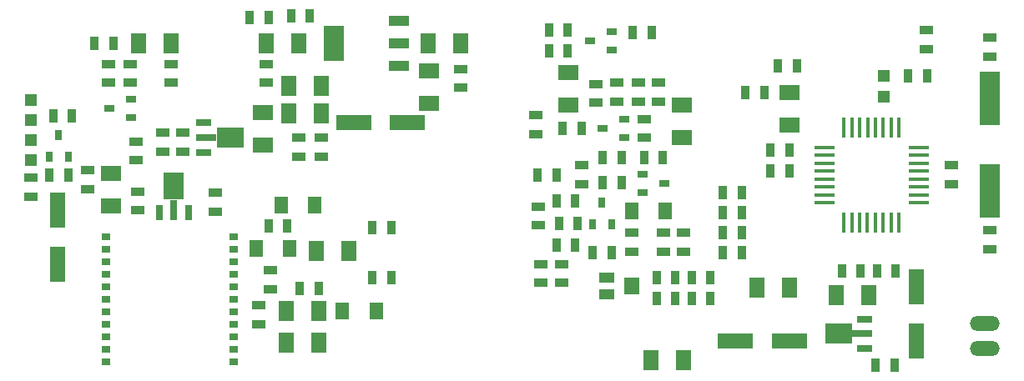
<source format=gtp>
G04 This is an RS-274x file exported by *
G04 gerbv version 2.5.0 *
G04 More information is available about gerbv at *
G04 http://gerbv.gpleda.org/ *
G04 --End of header info--*
%MOIN*%
%FSLAX23Y23*%
%IPPOS*%
G04 --Define apertures--*
%ADD10C,0.0059*%
%ADD11C,0.0118*%
%ADD12R,0.0591X0.0709*%
%ADD13R,0.0591X0.0433*%
%ADD14R,0.0350X0.0550*%
%ADD15R,0.0550X0.0350*%
%ADD16R,0.1417X0.0630*%
%ADD17R,0.0630X0.1417*%
%ADD18R,0.0394X0.0315*%
%ADD19R,0.0787X0.0177*%
%ADD20R,0.0177X0.0787*%
%ADD21R,0.0800X0.0600*%
%ADD22R,0.0600X0.0800*%
%ADD23R,0.0315X0.0394*%
%ADD24R,0.0630X0.0276*%
%ADD25R,0.0827X0.0276*%
%ADD26R,0.1083X0.0787*%
%ADD27R,0.0800X0.1440*%
%ADD28R,0.0800X0.0400*%
%ADD29R,0.0276X0.0630*%
%ADD30R,0.0276X0.0827*%
%ADD31R,0.0787X0.1083*%
%ADD32R,0.0787X0.2165*%
%ADD33R,0.0551X0.0708*%
%ADD34O,0.1187X0.0593*%
%ADD35R,0.0472X0.0472*%
%ADD36R,0.0362X0.0276*%
G04 --Start main section--*
G54D12*
G01X06263Y-4355D03*
G54D13*
G01X06165Y-4321D03*
G01X06165Y-4388D03*
G54D14*
G01X05228Y-4320D03*
G01X05303Y-4320D03*
G01X06818Y-3810D03*
G01X06893Y-3810D03*
G01X06818Y-3895D03*
G01X06893Y-3895D03*
G54D15*
G01X07695Y-4207D03*
G01X07695Y-4132D03*
G01X07695Y-3362D03*
G01X07695Y-3437D03*
G54D14*
G01X06848Y-3475D03*
G01X06923Y-3475D03*
G01X05228Y-4120D03*
G01X05303Y-4120D03*
G54D15*
G01X07540Y-3947D03*
G01X07540Y-3872D03*
G01X05900Y-4342D03*
G01X05900Y-4267D03*
G54D14*
G01X05963Y-4015D03*
G01X06038Y-4015D03*
G01X06578Y-4405D03*
G01X06503Y-4405D03*
G01X06438Y-4405D03*
G01X06363Y-4405D03*
G54D15*
G01X06265Y-4217D03*
G01X06265Y-4142D03*
G54D14*
G01X06363Y-4320D03*
G01X06438Y-4320D03*
G01X06388Y-3840D03*
G01X06313Y-3840D03*
G54D15*
G01X06315Y-3687D03*
G01X06315Y-3762D03*
G01X06290Y-3617D03*
G01X06290Y-3542D03*
G01X06205Y-3617D03*
G01X06205Y-3542D03*
G54D14*
G01X05963Y-3910D03*
G01X05888Y-3910D03*
G54D16*
G01X05152Y-3700D03*
G01X05368Y-3700D03*
G54D14*
G01X06063Y-3725D03*
G01X05988Y-3725D03*
G01X06008Y-3415D03*
G01X05933Y-3415D03*
G01X06008Y-3330D03*
G01X05933Y-3330D03*
G01X06148Y-3940D03*
G01X06223Y-3940D03*
G54D15*
G01X04090Y-3967D03*
G01X04090Y-3892D03*
G01X05580Y-3487D03*
G01X05580Y-3562D03*
G54D17*
G01X03970Y-4052D03*
G01X03970Y-4268D03*
G54D15*
G01X04935Y-3762D03*
G01X04935Y-3837D03*
G01X05025Y-3762D03*
G01X05025Y-3837D03*
G54D14*
G01X04813Y-3280D03*
G01X04738Y-3280D03*
G01X04903Y-3275D03*
G01X04978Y-3275D03*
G54D15*
G01X04805Y-3467D03*
G01X04805Y-3542D03*
G01X04425Y-3467D03*
G01X04425Y-3542D03*
G01X04600Y-4057D03*
G01X04600Y-3982D03*
G54D14*
G01X07318Y-4295D03*
G01X07243Y-4295D03*
G54D15*
G01X04260Y-3467D03*
G01X04260Y-3542D03*
G01X04175Y-3467D03*
G01X04175Y-3542D03*
G01X04290Y-3977D03*
G01X04290Y-4052D03*
G54D14*
G01X04193Y-3385D03*
G01X04118Y-3385D03*
G01X07103Y-4295D03*
G01X07178Y-4295D03*
G01X07238Y-4670D03*
G01X07313Y-4670D03*
G54D16*
G01X06893Y-4575D03*
G01X06677Y-4575D03*
G54D15*
G01X05890Y-4112D03*
G01X05890Y-4037D03*
G54D18*
G01X06393Y-3945D03*
G01X06307Y-3982D03*
G01X06307Y-3907D03*
G54D19*
G01X07410Y-3801D03*
G01X07410Y-3832D03*
G01X07410Y-3864D03*
G01X07410Y-3895D03*
G01X07410Y-3927D03*
G01X07410Y-3958D03*
G01X07410Y-3990D03*
G01X07410Y-4021D03*
G01X07033Y-4021D03*
G01X07033Y-3800D03*
G01X07033Y-3832D03*
G01X07033Y-3864D03*
G01X07033Y-3895D03*
G01X07033Y-3927D03*
G01X07033Y-3958D03*
G01X07033Y-3990D03*
G54D20*
G01X07331Y-4100D03*
G01X07300Y-4100D03*
G01X07268Y-4100D03*
G01X07237Y-4100D03*
G01X07205Y-4100D03*
G01X07174Y-4100D03*
G01X07142Y-4100D03*
G01X07111Y-4100D03*
G01X07331Y-3722D03*
G01X07300Y-3722D03*
G01X07268Y-3722D03*
G01X07237Y-3722D03*
G01X07206Y-3722D03*
G01X07174Y-3722D03*
G01X07142Y-3722D03*
G01X07110Y-3722D03*
G54D21*
G01X06895Y-3710D03*
G01X06895Y-3580D03*
G01X06465Y-3630D03*
G01X06465Y-3760D03*
G54D22*
G01X05135Y-4215D03*
G01X05005Y-4215D03*
G01X05015Y-4580D03*
G01X04885Y-4580D03*
G01X05015Y-4455D03*
G01X04885Y-4455D03*
G54D21*
G01X04790Y-3790D03*
G01X04790Y-3660D03*
G01X06010Y-3630D03*
G01X06010Y-3500D03*
G54D22*
G01X04895Y-3665D03*
G01X05025Y-3665D03*
G01X05580Y-3385D03*
G01X05450Y-3385D03*
G54D21*
G01X05455Y-3495D03*
G01X05455Y-3625D03*
G54D22*
G01X05025Y-3555D03*
G01X04895Y-3555D03*
G01X04935Y-3385D03*
G01X04805Y-3385D03*
G01X04425Y-3385D03*
G01X04295Y-3385D03*
G01X07210Y-4390D03*
G01X07080Y-4390D03*
G54D21*
G01X04185Y-3905D03*
G01X04185Y-4035D03*
G54D22*
G01X06470Y-4650D03*
G01X06340Y-4650D03*
G54D23*
G01X06145Y-4022D03*
G01X06183Y-4108D03*
G01X06108Y-4108D03*
G54D18*
G01X04177Y-3645D03*
G01X04263Y-3607D03*
G01X04263Y-3682D03*
G54D24*
G01X04555Y-3701D03*
G54D25*
G01X04565Y-3760D03*
G54D24*
G01X04555Y-3819D03*
G54D26*
G01X04660Y-3760D03*
G54D18*
G01X06147Y-3725D03*
G01X06233Y-3687D03*
G01X06233Y-3762D03*
G01X06097Y-3375D03*
G01X06183Y-3337D03*
G01X06183Y-3412D03*
G54D27*
G01X05075Y-3385D03*
G54D28*
G01X05335Y-3385D03*
G01X05335Y-3295D03*
G01X05335Y-3475D03*
G54D23*
G01X03975Y-3752D03*
G01X04013Y-3838D03*
G01X03938Y-3838D03*
G54D14*
G01X06718Y-3580D03*
G01X06793Y-3580D03*
G54D15*
G01X05985Y-4342D03*
G01X05985Y-4267D03*
G01X07440Y-3332D03*
G01X07440Y-3407D03*
G54D14*
G01X06703Y-3980D03*
G01X06628Y-3980D03*
G01X06703Y-4060D03*
G01X06628Y-4060D03*
G01X06703Y-4140D03*
G01X06628Y-4140D03*
G01X06703Y-4220D03*
G01X06628Y-4220D03*
G01X05963Y-4190D03*
G01X06038Y-4190D03*
G01X05973Y-4105D03*
G01X06048Y-4105D03*
G01X06578Y-4320D03*
G01X06503Y-4320D03*
G54D15*
G01X06065Y-3872D03*
G01X06065Y-3947D03*
G54D14*
G01X06108Y-4220D03*
G01X06183Y-4220D03*
G54D15*
G01X06390Y-4217D03*
G01X06390Y-4142D03*
G01X04285Y-3852D03*
G01X04285Y-3777D03*
G01X06470Y-4142D03*
G01X06470Y-4217D03*
G54D14*
G01X05013Y-4365D03*
G01X04938Y-4365D03*
G54D15*
G01X04390Y-3817D03*
G01X04390Y-3742D03*
G54D14*
G01X06223Y-3840D03*
G01X06148Y-3840D03*
G54D15*
G01X04820Y-4292D03*
G01X04820Y-4367D03*
G01X04470Y-3742D03*
G01X04470Y-3817D03*
G01X04775Y-4432D03*
G01X04775Y-4507D03*
G01X06370Y-3617D03*
G01X06370Y-3542D03*
G54D14*
G01X04813Y-4115D03*
G01X04888Y-4115D03*
G54D15*
G01X05880Y-3672D03*
G01X05880Y-3747D03*
G01X06120Y-3622D03*
G01X06120Y-3547D03*
G54D14*
G01X06268Y-3340D03*
G01X06343Y-3340D03*
G01X04013Y-3910D03*
G01X03938Y-3910D03*
G54D15*
G01X03865Y-3997D03*
G01X03865Y-3922D03*
G54D29*
G01X04376Y-4060D03*
G54D30*
G01X04435Y-4050D03*
G54D29*
G01X04494Y-4060D03*
G54D31*
G01X04435Y-3955D03*
G54D24*
G01X07195Y-4604D03*
G54D25*
G01X07185Y-4545D03*
G54D24*
G01X07195Y-4486D03*
G54D26*
G01X07091Y-4545D03*
G54D32*
G01X07695Y-3975D03*
G01X07695Y-3605D03*
G54D33*
G01X05108Y-4455D03*
G01X05242Y-4455D03*
G01X04896Y-4205D03*
G01X04762Y-4205D03*
G01X04997Y-4029D03*
G01X04864Y-4029D03*
G54D34*
G01X07675Y-4605D03*
G01X07675Y-4505D03*
G54D17*
G01X07400Y-4357D03*
G01X07400Y-4573D03*
G54D33*
G01X06263Y-4055D03*
G01X06397Y-4055D03*
G54D35*
G01X03865Y-3691D03*
G01X03865Y-3609D03*
G54D14*
G01X04028Y-3675D03*
G01X03953Y-3675D03*
G54D35*
G01X03865Y-3851D03*
G01X03865Y-3769D03*
G54D22*
G01X06895Y-4360D03*
G01X06765Y-4360D03*
G54D35*
G01X07270Y-3514D03*
G01X07270Y-3596D03*
G54D14*
G01X07368Y-3515D03*
G01X07443Y-3515D03*
G54D36*
G01X04675Y-4656D03*
G01X04675Y-4606D03*
G01X04675Y-4556D03*
G01X04675Y-4506D03*
G01X04675Y-4456D03*
G01X04675Y-4406D03*
G01X04675Y-4356D03*
G01X04675Y-4306D03*
G01X04675Y-4256D03*
G01X04675Y-4206D03*
G01X04675Y-4156D03*
G01X04163Y-4656D03*
G01X04163Y-4606D03*
G01X04163Y-4556D03*
G01X04163Y-4506D03*
G01X04163Y-4456D03*
G01X04163Y-4406D03*
G01X04163Y-4356D03*
G01X04163Y-4306D03*
G01X04163Y-4256D03*
G01X04163Y-4206D03*
G01X04163Y-4156D03*
M02*

</source>
